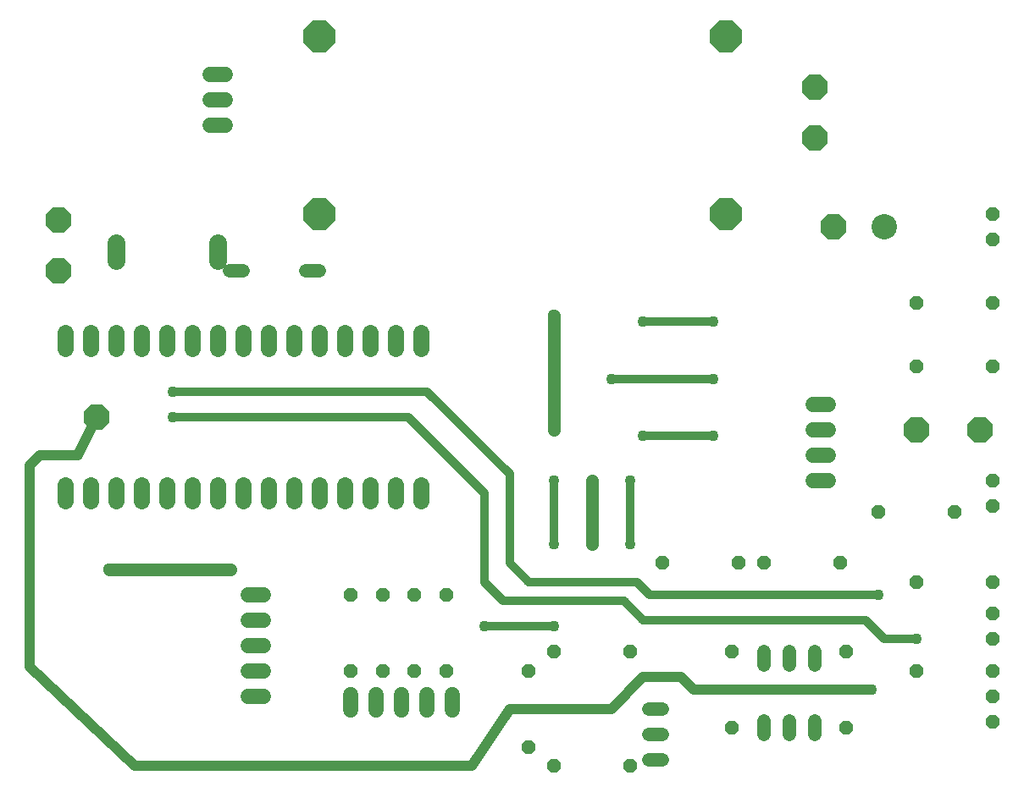
<source format=gtl>
G04 EAGLE Gerber X2 export*
G75*
%MOMM*%
%FSLAX34Y34*%
%LPD*%
%AMOC8*
5,1,8,0,0,1.08239X$1,22.5*%
G01*
%ADD10P,3.436588X8X22.500000*%
%ADD11P,2.749271X8X22.500000*%
%ADD12C,1.574800*%
%ADD13C,1.320800*%
%ADD14C,1.524000*%
%ADD15P,1.429621X8X292.500000*%
%ADD16P,1.429621X8X22.500000*%
%ADD17P,1.429621X8X202.500000*%
%ADD18P,1.429621X8X112.500000*%
%ADD19C,1.778000*%
%ADD20C,2.540000*%
%ADD21P,2.749271X8X202.500000*%
%ADD22C,1.300000*%
%ADD23C,1.270000*%
%ADD24C,1.100000*%
%ADD25C,1.016000*%
%ADD26C,0.812800*%


D10*
X711200Y596900D03*
X304800Y596900D03*
X711200Y774700D03*
X304800Y774700D03*
D11*
X44450Y539750D03*
D12*
X406400Y477774D02*
X406400Y462026D01*
X381000Y462026D02*
X381000Y477774D01*
X355600Y477774D02*
X355600Y462026D01*
X330200Y462026D02*
X330200Y477774D01*
X304800Y477774D02*
X304800Y462026D01*
X279400Y462026D02*
X279400Y477774D01*
X254000Y477774D02*
X254000Y462026D01*
X228600Y462026D02*
X228600Y477774D01*
X203200Y477774D02*
X203200Y462026D01*
X177800Y462026D02*
X177800Y477774D01*
X152400Y477774D02*
X152400Y462026D01*
X127000Y462026D02*
X127000Y477774D01*
X101600Y477774D02*
X101600Y462026D01*
X76200Y462026D02*
X76200Y477774D01*
X50800Y477774D02*
X50800Y462026D01*
X50800Y325374D02*
X50800Y309626D01*
X76200Y309626D02*
X76200Y325374D01*
X101600Y325374D02*
X101600Y309626D01*
X127000Y309626D02*
X127000Y325374D01*
X152400Y325374D02*
X152400Y309626D01*
X177800Y309626D02*
X177800Y325374D01*
X203200Y325374D02*
X203200Y309626D01*
X228600Y309626D02*
X228600Y325374D01*
X254000Y325374D02*
X254000Y309626D01*
X279400Y309626D02*
X279400Y325374D01*
X304800Y325374D02*
X304800Y309626D01*
X330200Y309626D02*
X330200Y325374D01*
X355600Y325374D02*
X355600Y309626D01*
X381000Y309626D02*
X381000Y325374D01*
X406400Y325374D02*
X406400Y309626D01*
D11*
X82550Y393700D03*
D13*
X291846Y539750D02*
X305054Y539750D01*
X228854Y539750D02*
X215646Y539750D01*
D11*
X44450Y590550D03*
D14*
X798830Y406400D02*
X814070Y406400D01*
X814070Y381000D02*
X798830Y381000D01*
X798830Y355600D02*
X814070Y355600D01*
X814070Y330200D02*
X798830Y330200D01*
X248920Y114300D02*
X233680Y114300D01*
X233680Y139700D02*
X248920Y139700D01*
X248920Y165100D02*
X233680Y165100D01*
X233680Y190500D02*
X248920Y190500D01*
X248920Y215900D02*
X233680Y215900D01*
X336550Y115570D02*
X336550Y100330D01*
X361950Y100330D02*
X361950Y115570D01*
X387350Y115570D02*
X387350Y100330D01*
X412750Y100330D02*
X412750Y115570D01*
X438150Y115570D02*
X438150Y100330D01*
D11*
X800100Y673100D03*
X800100Y723900D03*
D15*
X514350Y139700D03*
X514350Y63500D03*
D16*
X901700Y444500D03*
X977900Y444500D03*
D15*
X336550Y215900D03*
X336550Y139700D03*
X368300Y215900D03*
X368300Y139700D03*
X400050Y215900D03*
X400050Y139700D03*
X431800Y215900D03*
X431800Y139700D03*
D17*
X977900Y508000D03*
X901700Y508000D03*
D18*
X831850Y82550D03*
X831850Y158750D03*
D16*
X749300Y247650D03*
X825500Y247650D03*
D17*
X615950Y158750D03*
X539750Y158750D03*
X723900Y247650D03*
X647700Y247650D03*
D16*
X539750Y44450D03*
X615950Y44450D03*
D17*
X977900Y139700D03*
X901700Y139700D03*
X977900Y228600D03*
X901700Y228600D03*
X939800Y298450D03*
X863600Y298450D03*
D15*
X717550Y158750D03*
X717550Y82550D03*
D11*
X965200Y381000D03*
X901700Y381000D03*
D13*
X647954Y76200D02*
X634746Y76200D01*
X634746Y101600D02*
X647954Y101600D01*
X647954Y50800D02*
X634746Y50800D01*
X774700Y75946D02*
X774700Y89154D01*
X800100Y89154D02*
X800100Y75946D01*
X749300Y75946D02*
X749300Y89154D01*
X800100Y145796D02*
X800100Y159004D01*
X749300Y159004D02*
X749300Y145796D01*
X774700Y145796D02*
X774700Y159004D01*
D19*
X101600Y549910D02*
X101600Y567690D01*
X203200Y567690D02*
X203200Y549910D01*
D18*
X977900Y571500D03*
X977900Y596900D03*
X977900Y304800D03*
X977900Y330200D03*
D15*
X977900Y196850D03*
X977900Y171450D03*
X977900Y114300D03*
X977900Y88900D03*
D20*
X869950Y584200D03*
D21*
X819150Y584200D03*
D14*
X210820Y736600D02*
X195580Y736600D01*
X195580Y711200D02*
X210820Y711200D01*
X210820Y685800D02*
X195580Y685800D01*
D22*
X95250Y241300D03*
X215900Y241300D03*
D23*
X95250Y241300D01*
D24*
X577850Y330200D03*
D23*
X577850Y266700D01*
D24*
X577850Y266700D03*
D22*
X539750Y495300D03*
D23*
X539750Y381000D01*
D22*
X539750Y381000D03*
D25*
X120650Y44450D02*
X15240Y143510D01*
X120650Y44450D02*
X457200Y44450D01*
X495300Y101600D01*
X15240Y143510D02*
X15240Y345440D01*
X495300Y101600D02*
X596900Y101600D01*
X628650Y133350D01*
X666750Y133350D01*
X679450Y120650D01*
X25400Y355600D02*
X15240Y345440D01*
X25400Y355600D02*
X63500Y355600D01*
X82550Y393700D01*
X679450Y120650D02*
X857250Y120650D01*
D24*
X857250Y120650D03*
X539750Y330200D03*
D26*
X539750Y266700D01*
D24*
X539750Y266700D03*
X596900Y431800D03*
D26*
X698500Y431800D01*
D24*
X698500Y431800D03*
X615950Y330200D03*
D26*
X615950Y266700D01*
D24*
X615950Y266700D03*
D26*
X488950Y209550D02*
X469900Y228600D01*
X488950Y209550D02*
X609600Y209550D01*
X628650Y190500D01*
X469900Y228600D02*
X469900Y317500D01*
X393700Y393700D02*
X158750Y393700D01*
D24*
X158750Y393700D03*
D26*
X393700Y393700D02*
X469900Y317500D01*
X628650Y190500D02*
X850900Y190500D01*
X869950Y171450D01*
X901700Y171450D01*
D24*
X901700Y171450D03*
X469900Y184150D03*
D26*
X539750Y184150D01*
D24*
X539750Y184150D03*
X628650Y488950D03*
D26*
X698500Y488950D01*
D24*
X698500Y488950D03*
X628650Y374650D03*
D26*
X698500Y374650D01*
D24*
X698500Y374650D03*
D26*
X622300Y228600D02*
X514350Y228600D01*
X622300Y228600D02*
X635000Y215900D01*
X514350Y228600D02*
X495300Y247650D01*
X412750Y419100D02*
X158750Y419100D01*
D24*
X158750Y419100D03*
D26*
X495300Y336550D02*
X495300Y247650D01*
X495300Y336550D02*
X412750Y419100D01*
X635000Y215900D02*
X863600Y215900D01*
D24*
X863600Y215900D03*
M02*

</source>
